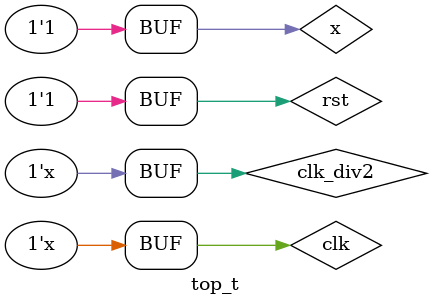
<source format=v>
`timescale 1ns / 1ps




module top_t;

	// Inputs
	reg clk;
	reg clk_div2;
	reg rst;
	reg x;

	// Outputs
	wire y;
	wire c;
	wire rd;
	wire ready;

	// Instantiate the Unit Under Test (UUT)
	top uut (
		.clk(clk), 
		.clk_div2(clk_div2), 
		.rst(rst), 
		.x(x), 
		.y(y), 
		.c(c), 
		.rd(rd), 
		.ready(ready)
	);

	initial begin
		// Initialize Inputs
		clk = 0;
		clk_div2 = 0;
		rst = 0;
		x = 0;

		// Wait 100 ns for global reset to finish
		#30;
		rst = 1;
		x=1;
		#10;
		x=1;
		#10;
		x=1;
		#10;
		x=0;
		#10;
		x=1;
		#10;
		x=1;
		#10;
		x=1;
		#10;
		x=1;
		#10;
		x=0;
		#10;
		x=1;
		#10;
		x=0;
		#10;
		x=1;
		#10;
		x=1;
		#10;
		x=1;
		
		// Add stimulus here

	end
	
	always #5 clk =~ clk;
	always #10 clk_div2 =~ clk_div2;
      
endmodule


</source>
